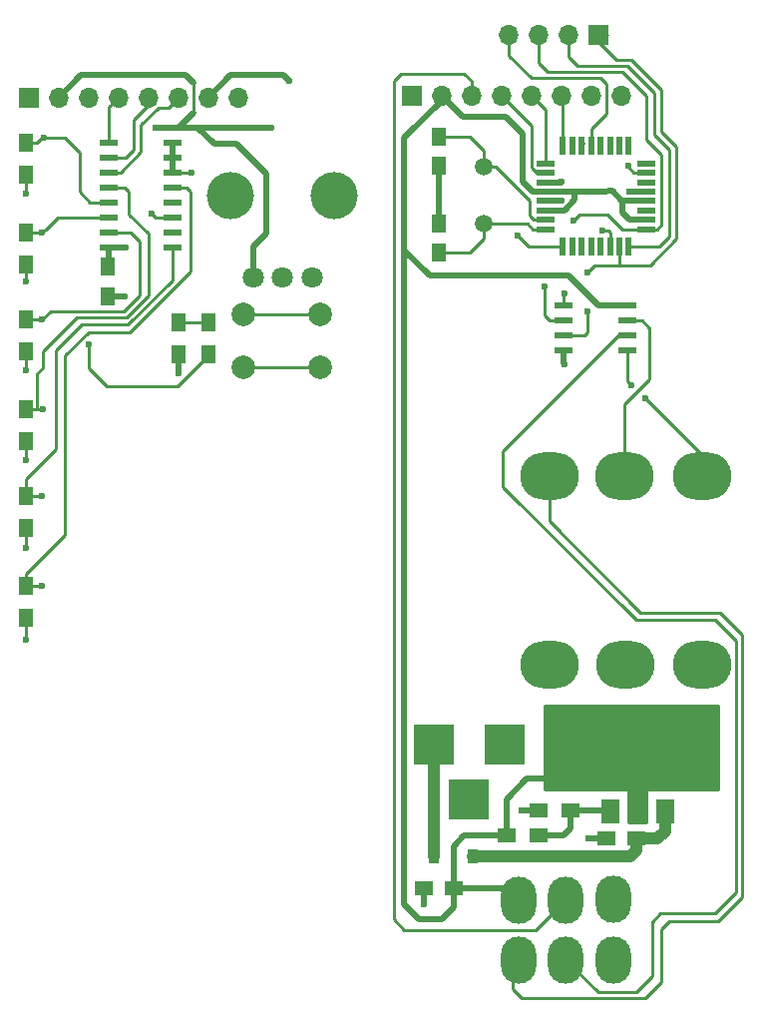
<source format=gbr>
G04 #@! TF.FileFunction,Copper,L1,Top,Signal*
%FSLAX46Y46*%
G04 Gerber Fmt 4.6, Leading zero omitted, Abs format (unit mm)*
G04 Created by KiCad (PCBNEW 4.0.7) date 06/02/18 16:03:12*
%MOMM*%
%LPD*%
G01*
G04 APERTURE LIST*
%ADD10C,0.100000*%
%ADD11R,1.700000X1.700000*%
%ADD12O,1.700000X1.700000*%
%ADD13C,1.800000*%
%ADD14C,4.000000*%
%ADD15R,1.300000X1.500000*%
%ADD16C,0.600000*%
%ADD17R,1.600000X0.550000*%
%ADD18R,0.550000X1.600000*%
%ADD19R,1.500000X1.250000*%
%ADD20R,1.250000X1.500000*%
%ADD21R,0.900000X1.200000*%
%ADD22R,1.500000X1.300000*%
%ADD23R,3.800000X2.000000*%
%ADD24R,1.500000X2.000000*%
%ADD25R,1.500000X0.600000*%
%ADD26C,1.500000*%
%ADD27R,1.550000X0.600000*%
%ADD28C,2.000000*%
%ADD29O,5.000000X4.000000*%
%ADD30O,3.000000X4.000000*%
%ADD31R,3.500000X3.500000*%
%ADD32C,0.500000*%
%ADD33C,0.250000*%
%ADD34C,1.000000*%
%ADD35C,0.254000*%
G04 APERTURE END LIST*
D10*
D11*
X94716600Y-60833000D03*
D12*
X97256600Y-60833000D03*
X99796600Y-60833000D03*
X102336600Y-60833000D03*
X104876600Y-60833000D03*
X107416600Y-60833000D03*
X109956600Y-60833000D03*
X112496600Y-60833000D03*
D13*
X113781200Y-76123800D03*
X116281200Y-76123800D03*
X118781200Y-76123800D03*
D14*
X111881200Y-69123800D03*
X120681200Y-69123800D03*
D15*
X94488000Y-67390000D03*
X94488000Y-64690000D03*
D16*
X149240000Y-113169700D03*
X147840000Y-113169700D03*
X146440000Y-113169700D03*
X145040000Y-113169700D03*
X143640000Y-113169700D03*
X152136300Y-118769700D03*
X150736300Y-118769700D03*
X152136300Y-117369700D03*
X150736300Y-117369700D03*
X152136300Y-115969700D03*
X150736300Y-115969700D03*
X152136300Y-114569700D03*
X150736300Y-114569700D03*
X152136300Y-113169700D03*
X150736300Y-113169700D03*
X142220600Y-118769700D03*
X140820600Y-118769700D03*
X139420600Y-118769700D03*
X142220600Y-117369700D03*
X140820600Y-117369700D03*
X139420600Y-117369700D03*
X142220600Y-115969700D03*
X140820600Y-115969700D03*
X139420600Y-115969700D03*
X142220600Y-114569700D03*
X140820600Y-114569700D03*
X139420600Y-114569700D03*
X142214600Y-113169700D03*
X140820600Y-113169700D03*
D17*
X138625000Y-66415000D03*
X138625000Y-67215000D03*
X138625000Y-68015000D03*
X138625000Y-68815000D03*
X138625000Y-69615000D03*
X138625000Y-70415000D03*
X138625000Y-71215000D03*
X138625000Y-72015000D03*
D18*
X140075000Y-73465000D03*
X140875000Y-73465000D03*
X141675000Y-73465000D03*
X142475000Y-73465000D03*
X143275000Y-73465000D03*
X144075000Y-73465000D03*
X144875000Y-73465000D03*
X145675000Y-73465000D03*
D17*
X147125000Y-72015000D03*
X147125000Y-71215000D03*
X147125000Y-70415000D03*
X147125000Y-69615000D03*
X147125000Y-68815000D03*
X147125000Y-68015000D03*
X147125000Y-67215000D03*
X147125000Y-66415000D03*
D18*
X145675000Y-64965000D03*
X144875000Y-64965000D03*
X144075000Y-64965000D03*
X143275000Y-64965000D03*
X142475000Y-64965000D03*
X141675000Y-64965000D03*
X140875000Y-64965000D03*
X140075000Y-64965000D03*
D19*
X143809400Y-123647200D03*
X146309400Y-123647200D03*
X128290000Y-127889000D03*
X130790000Y-127889000D03*
D20*
X129540000Y-66655000D03*
X129540000Y-64155000D03*
X129540000Y-71521000D03*
X129540000Y-74021000D03*
D21*
X132460000Y-125222000D03*
X129160000Y-125222000D03*
D11*
X143129000Y-55499000D03*
D12*
X140589000Y-55499000D03*
X138049000Y-55499000D03*
X135509000Y-55499000D03*
D22*
X135302000Y-123444000D03*
X138002000Y-123444000D03*
X140719800Y-121335800D03*
X138019800Y-121335800D03*
D15*
X109982000Y-82630000D03*
X109982000Y-79930000D03*
D23*
X146431000Y-115087000D03*
D24*
X146431000Y-121387000D03*
X148731000Y-121387000D03*
X144131000Y-121387000D03*
D25*
X106941600Y-73533000D03*
X106941600Y-72263000D03*
X106941600Y-70993000D03*
X106941600Y-69723000D03*
X106941600Y-68453000D03*
X106941600Y-67183000D03*
X106941600Y-65913000D03*
X106941600Y-64643000D03*
X101541600Y-64643000D03*
X101541600Y-65913000D03*
X101541600Y-67183000D03*
X101541600Y-68453000D03*
X101541600Y-69723000D03*
X101541600Y-70993000D03*
X101541600Y-72263000D03*
X101541600Y-73533000D03*
D26*
X133350000Y-66675000D03*
X133350000Y-71555000D03*
D20*
X101473000Y-75204000D03*
X101473000Y-77704000D03*
D11*
X127254000Y-60706000D03*
D12*
X129794000Y-60706000D03*
X132334000Y-60706000D03*
X134874000Y-60706000D03*
X137414000Y-60706000D03*
X139954000Y-60706000D03*
X142494000Y-60706000D03*
X145034000Y-60706000D03*
D27*
X140175000Y-78486000D03*
X140175000Y-79756000D03*
X140175000Y-81026000D03*
X140175000Y-82296000D03*
X145575000Y-82296000D03*
X145575000Y-81026000D03*
X145575000Y-79756000D03*
X145575000Y-78486000D03*
D16*
X139420600Y-113169700D03*
D15*
X94488000Y-104982000D03*
X94488000Y-102282000D03*
X94488000Y-97362000D03*
X94488000Y-94662000D03*
X94488000Y-89996000D03*
X94488000Y-87296000D03*
X94488000Y-82376000D03*
X94488000Y-79676000D03*
X94488000Y-75010000D03*
X94488000Y-72310000D03*
X107442000Y-82630000D03*
X107442000Y-79930000D03*
D28*
X119481600Y-79193000D03*
X119481600Y-83693000D03*
X112981600Y-79193000D03*
X112981600Y-83693000D03*
D29*
X145392000Y-108965000D03*
X145265000Y-92965000D03*
X138915000Y-108965000D03*
X138915000Y-92965000D03*
X151915000Y-92965000D03*
X151892000Y-108965000D03*
D30*
X140335000Y-128905000D03*
X140335000Y-133985000D03*
X136334500Y-133985000D03*
X136334500Y-128905000D03*
X144335500Y-128841500D03*
X144335500Y-133985000D03*
D31*
X135128000Y-115697000D03*
X129128000Y-115697000D03*
X132128000Y-120397000D03*
D16*
X142290800Y-123647200D03*
X136601200Y-121335800D03*
X128270000Y-129286000D03*
X144081500Y-68770500D03*
X96012000Y-64262000D03*
X95859600Y-72313800D03*
X95885000Y-79676000D03*
X95935800Y-87299800D03*
X95834200Y-94665800D03*
X95859596Y-102285800D03*
X142163800Y-78943200D03*
X142138400Y-75692000D03*
X140970000Y-71247000D03*
X138531600Y-76885800D03*
X145605500Y-66611500D03*
X140182600Y-77495400D03*
X143408400Y-72136000D03*
X136245600Y-72517000D03*
X105155996Y-70662800D03*
X105511600Y-63372996D03*
X115316000Y-63373000D03*
X102971600Y-73533000D03*
X102870000Y-77698600D03*
X107442000Y-84201000D03*
X94488000Y-68961000D03*
X94488000Y-106807000D03*
X94488000Y-99060000D03*
X94488000Y-91567000D03*
X94488000Y-83947000D03*
X94488000Y-76454000D03*
X108585000Y-67183000D03*
X99796596Y-81762600D03*
X116840000Y-59436000D03*
X145732500Y-68834000D03*
X129540000Y-69024500D03*
X139954000Y-69596000D03*
X139954000Y-68008500D03*
X147066000Y-86360000D03*
X145923000Y-85217000D03*
X140208000Y-83439000D03*
D32*
X143809400Y-123647200D02*
X142290800Y-123647200D01*
X138019800Y-121335800D02*
X136601200Y-121335800D01*
D33*
X138246800Y-121108800D02*
X138019800Y-121335800D01*
D32*
X128290000Y-129266000D02*
X128270000Y-129286000D01*
X128290000Y-127889000D02*
X128290000Y-129266000D01*
X128270000Y-129286000D02*
X128290000Y-129266000D01*
D33*
X138119800Y-121235800D02*
X138019800Y-121335800D01*
D34*
X146309400Y-123647200D02*
X148132800Y-123647200D01*
X148731000Y-123049000D02*
X148731000Y-121387000D01*
X148132800Y-123647200D02*
X148731000Y-123049000D01*
X146309400Y-123647200D02*
X146309400Y-124708600D01*
X146309400Y-124708600D02*
X145796000Y-125222000D01*
X132460000Y-125222000D02*
X145796000Y-125222000D01*
X146309400Y-123647200D02*
X146456400Y-123647200D01*
D32*
X145116500Y-69615000D02*
X147125000Y-69615000D01*
X145116500Y-69615000D02*
X145116500Y-70567500D01*
D33*
X145065750Y-69564250D02*
X145116500Y-69615000D01*
D32*
X144272000Y-68770500D02*
X145065750Y-69564250D01*
D33*
X144081500Y-68770500D02*
X144272000Y-68770500D01*
D32*
X145116500Y-70567500D02*
X145764000Y-71215000D01*
X145764000Y-71215000D02*
X147125000Y-71215000D01*
X126619000Y-73787000D02*
X126619000Y-129286000D01*
X130790000Y-129560000D02*
X130790000Y-127889000D01*
X129794000Y-130556000D02*
X130790000Y-129560000D01*
X127889000Y-130556000D02*
X129794000Y-130556000D01*
X126619000Y-129286000D02*
X127889000Y-130556000D01*
X126619000Y-64262000D02*
X126619000Y-73787000D01*
X135302000Y-123444000D02*
X135302000Y-120349000D01*
X137033000Y-118618000D02*
X138684000Y-118618000D01*
X135302000Y-120349000D02*
X137033000Y-118618000D01*
X130790000Y-127889000D02*
X130790000Y-124353000D01*
X135302000Y-123444000D02*
X131699000Y-123444000D01*
X130790000Y-124353000D02*
X131699000Y-123444000D01*
X130790000Y-127889000D02*
X134874000Y-127889000D01*
X134874000Y-127889000D02*
X135890000Y-128905000D01*
X130790000Y-127889000D02*
X130790000Y-127488000D01*
X130890000Y-127989000D02*
X130937000Y-127942000D01*
D33*
X146511000Y-121467000D02*
X146431000Y-121387000D01*
X135382000Y-123524000D02*
X135302000Y-123444000D01*
D32*
X138625000Y-70415000D02*
X140214500Y-70415000D01*
X141097000Y-69532500D02*
X141097000Y-68815000D01*
X140214500Y-70415000D02*
X141097000Y-69532500D01*
X138625000Y-68815000D02*
X141097000Y-68815000D01*
X141097000Y-68815000D02*
X143806500Y-68815000D01*
D33*
X143806500Y-68815000D02*
X144081500Y-68770500D01*
X126619000Y-64262000D02*
X126873000Y-64008000D01*
D32*
X129794000Y-61087000D02*
X126873000Y-64008000D01*
X126873000Y-64008000D02*
X126619000Y-64262000D01*
D33*
X129794000Y-60706000D02*
X129794000Y-61087000D01*
D32*
X138625000Y-68815000D02*
X137522000Y-68815000D01*
X131572000Y-62484000D02*
X129794000Y-60706000D01*
X135255000Y-62484000D02*
X131572000Y-62484000D01*
X136652000Y-63881000D02*
X135255000Y-62484000D01*
X136652000Y-67945000D02*
X136652000Y-63881000D01*
X137522000Y-68815000D02*
X136652000Y-67945000D01*
X143256000Y-78486000D02*
X143129000Y-78486000D01*
X143129000Y-78486000D02*
X140589000Y-75946000D01*
X140589000Y-75946000D02*
X128778000Y-75946000D01*
X143256000Y-78486000D02*
X145575000Y-78486000D01*
X126619000Y-73787000D02*
X128778000Y-75946000D01*
D33*
X129540000Y-64155000D02*
X132163500Y-64155000D01*
X133350000Y-65341500D02*
X133350000Y-66675000D01*
X132163500Y-64155000D02*
X133350000Y-65341500D01*
X133350000Y-66675000D02*
X134366000Y-66675000D01*
X138625000Y-71215000D02*
X137636000Y-71215000D01*
X134366000Y-66675000D02*
X137287000Y-69596000D01*
X137287000Y-69596000D02*
X137287000Y-70866000D01*
X137287000Y-70866000D02*
X137636000Y-71215000D01*
X133330000Y-66655000D02*
X133350000Y-66675000D01*
X138530000Y-71120000D02*
X138625000Y-71215000D01*
X129540000Y-74021000D02*
X132163500Y-74021000D01*
X133350000Y-72834500D02*
X133350000Y-71555000D01*
X132163500Y-74021000D02*
X133350000Y-72834500D01*
X133316000Y-71521000D02*
X133350000Y-71555000D01*
X138625000Y-72015000D02*
X137547000Y-72015000D01*
X137547000Y-72015000D02*
X137087000Y-71555000D01*
X137087000Y-71555000D02*
X133350000Y-71555000D01*
X133257000Y-71648000D02*
X133350000Y-71555000D01*
X129540000Y-74021000D02*
X129487000Y-74275000D01*
X107442000Y-79930000D02*
X108342000Y-79930000D01*
X108342000Y-79930000D02*
X109982000Y-79930000D01*
D34*
X129160000Y-125222000D02*
X129160000Y-119316000D01*
X129160000Y-119316000D02*
X129128000Y-119284000D01*
X129128000Y-115697000D02*
X129128000Y-119284000D01*
D33*
X99060000Y-68834000D02*
X99949000Y-69723000D01*
X99949000Y-69723000D02*
X101541600Y-69723000D01*
X99060000Y-65532000D02*
X99060000Y-68834000D01*
X97790000Y-64262000D02*
X99060000Y-65532000D01*
X96012000Y-64262000D02*
X97790000Y-64262000D01*
X95816000Y-64262000D02*
X96012000Y-64262000D01*
X94488000Y-64690000D02*
X95388000Y-64690000D01*
X95388000Y-64690000D02*
X95816000Y-64262000D01*
X101541600Y-70993000D02*
X97180400Y-70993000D01*
X95855800Y-72310000D02*
X95859600Y-72313800D01*
X94488000Y-72310000D02*
X95855800Y-72310000D01*
X96159599Y-72013801D02*
X95859600Y-72313800D01*
X97180400Y-70993000D02*
X96159599Y-72013801D01*
X102541600Y-72263000D02*
X101541600Y-72263000D01*
X104140000Y-73025000D02*
X103378000Y-72263000D01*
X103378000Y-72263000D02*
X102541600Y-72263000D01*
X102768400Y-78968600D02*
X104140000Y-77597000D01*
X96592400Y-78968600D02*
X102768400Y-78968600D01*
X95885000Y-79676000D02*
X96592400Y-78968600D01*
X104140000Y-77597000D02*
X104140000Y-73025000D01*
X94488000Y-79676000D02*
X95758000Y-79676000D01*
X95758000Y-79676000D02*
X95885000Y-79676000D01*
X101541600Y-68453000D02*
X102870000Y-68453000D01*
X102870000Y-68453000D02*
X103251000Y-68834000D01*
X103251000Y-68834000D02*
X103251000Y-70739000D01*
X95935800Y-82372200D02*
X95935800Y-83743800D01*
X103251000Y-70739000D02*
X104902000Y-72390000D01*
X104902000Y-72390000D02*
X104902000Y-77597000D01*
X104902000Y-77597000D02*
X103022400Y-79476600D01*
X103022400Y-79476600D02*
X98831400Y-79476600D01*
X98831400Y-79476600D02*
X95935800Y-82372200D01*
X95935800Y-83743800D02*
X95388000Y-84291600D01*
X95388000Y-84291600D02*
X95388000Y-87296000D01*
X95511536Y-87299800D02*
X95935800Y-87299800D01*
X95391800Y-87299800D02*
X95511536Y-87299800D01*
X95388000Y-87296000D02*
X95391800Y-87299800D01*
X95388000Y-87296000D02*
X94488000Y-87296000D01*
X106941600Y-73533000D02*
X106941600Y-76319400D01*
X106941600Y-76319400D02*
X103149400Y-80111600D01*
X103149400Y-80111600D02*
X99237800Y-80111600D01*
X99237800Y-80111600D02*
X97028000Y-82321400D01*
X97028000Y-82321400D02*
X97028000Y-90678000D01*
X97028000Y-90678000D02*
X94488000Y-93218000D01*
X94488000Y-93218000D02*
X94488000Y-94662000D01*
X95830400Y-94662000D02*
X95834200Y-94665800D01*
X94488000Y-94662000D02*
X95830400Y-94662000D01*
X106941600Y-68453000D02*
X108102400Y-68453000D01*
X108102400Y-68453000D02*
X108458000Y-68808600D01*
X108458000Y-68808600D02*
X108458000Y-75565000D01*
X108458000Y-75565000D02*
X103301800Y-80721200D01*
X103301800Y-80721200D02*
X99796600Y-80721200D01*
X99796600Y-80721200D02*
X97790000Y-82727800D01*
X97790000Y-82727800D02*
X97790000Y-97980000D01*
X97790000Y-97980000D02*
X94488000Y-101282000D01*
X94488000Y-101282000D02*
X94488000Y-102282000D01*
X95855796Y-102282000D02*
X95859596Y-102285800D01*
X94488000Y-102282000D02*
X95855796Y-102282000D01*
X141884400Y-81026000D02*
X140175000Y-81026000D01*
X142163800Y-80746600D02*
X141884400Y-81026000D01*
X142163800Y-78943200D02*
X142163800Y-80746600D01*
X144875000Y-75057000D02*
X144875000Y-73465000D01*
X143129000Y-55499000D02*
X143129000Y-56134000D01*
X143129000Y-56134000D02*
X144653000Y-57658000D01*
X143129000Y-55499000D02*
X143891000Y-55499000D01*
X144875000Y-75057000D02*
X142773400Y-75057000D01*
X142773400Y-75057000D02*
X142138400Y-75692000D01*
X147510500Y-75057000D02*
X144875000Y-75057000D01*
X149733000Y-72834500D02*
X147510500Y-75057000D01*
X149733000Y-65024000D02*
X149733000Y-72834500D01*
X148463000Y-63754000D02*
X149733000Y-65024000D01*
X148463000Y-60198000D02*
X148463000Y-63754000D01*
X145923000Y-57658000D02*
X148463000Y-60198000D01*
X144653000Y-57658000D02*
X145923000Y-57658000D01*
X140589000Y-55499000D02*
X140589000Y-57404000D01*
X140589000Y-57404000D02*
X141351000Y-58166000D01*
X145675000Y-73465000D02*
X148277000Y-73465000D01*
X149098000Y-72644000D02*
X149098000Y-65278000D01*
X148277000Y-73465000D02*
X149098000Y-72644000D01*
X147828000Y-64008000D02*
X149098000Y-65278000D01*
X147828000Y-60452000D02*
X147828000Y-64008000D01*
X145542000Y-58166000D02*
X147828000Y-60452000D01*
X141351000Y-58166000D02*
X145542000Y-58166000D01*
X140175000Y-79756000D02*
X138988800Y-79756000D01*
X145167000Y-72015000D02*
X147125000Y-72015000D01*
X143891000Y-70739000D02*
X145167000Y-72015000D01*
X141478000Y-70739000D02*
X143891000Y-70739000D01*
X140970000Y-71247000D02*
X141478000Y-70739000D01*
X138531600Y-79298800D02*
X138531600Y-76885800D01*
X138988800Y-79756000D02*
X138531600Y-79298800D01*
X138049000Y-55499000D02*
X138049000Y-57912000D01*
X148076000Y-72015000D02*
X147125000Y-72015000D01*
X148463000Y-71628000D02*
X148076000Y-72015000D01*
X148463000Y-65659000D02*
X148463000Y-71628000D01*
X147193000Y-64389000D02*
X148463000Y-65659000D01*
X147193000Y-60706000D02*
X147193000Y-64389000D01*
X145161000Y-58674000D02*
X147193000Y-60706000D01*
X138811000Y-58674000D02*
X145161000Y-58674000D01*
X138049000Y-57912000D02*
X138811000Y-58674000D01*
X143764000Y-59690000D02*
X143256000Y-59182000D01*
X135509000Y-57277000D02*
X135509000Y-55499000D01*
X137414000Y-59182000D02*
X135509000Y-57277000D01*
X143256000Y-59182000D02*
X137414000Y-59182000D01*
X142475000Y-64965000D02*
X142475000Y-63519000D01*
X143764000Y-62230000D02*
X143764000Y-59690000D01*
X142475000Y-63519000D02*
X143764000Y-62230000D01*
X142602000Y-65043000D02*
X142475000Y-64965000D01*
D32*
X140131800Y-123444000D02*
X140766800Y-122809000D01*
X140766800Y-122809000D02*
X140766800Y-121382800D01*
D33*
X140766800Y-121382800D02*
X140719800Y-121335800D01*
D32*
X140719800Y-121335800D02*
X144079800Y-121335800D01*
D33*
X144079800Y-121335800D02*
X144131000Y-121387000D01*
X140719800Y-121335800D02*
X140719800Y-121415800D01*
D32*
X138002000Y-123444000D02*
X140131800Y-123444000D01*
D33*
X145605500Y-66611500D02*
X145605500Y-66738500D01*
X145605500Y-66738500D02*
X146082000Y-67215000D01*
X147125000Y-67215000D02*
X146082000Y-67215000D01*
X138625000Y-66415000D02*
X138625000Y-61917000D01*
X138625000Y-61917000D02*
X137414000Y-60706000D01*
X137609000Y-60901000D02*
X137414000Y-60706000D01*
X138625000Y-67215000D02*
X137827000Y-67215000D01*
X137827000Y-67215000D02*
X137414000Y-66802000D01*
X137414000Y-63246000D02*
X134874000Y-60706000D01*
X137414000Y-66802000D02*
X137414000Y-63246000D01*
X140175000Y-78486000D02*
X140175000Y-77503000D01*
X140175000Y-77503000D02*
X140182600Y-77495400D01*
X144075000Y-72269200D02*
X144075000Y-73465000D01*
X143916400Y-72110600D02*
X144075000Y-72269200D01*
X143433800Y-72110600D02*
X143916400Y-72110600D01*
X143408400Y-72136000D02*
X143433800Y-72110600D01*
X140075000Y-73465000D02*
X137193600Y-73465000D01*
X137193600Y-73465000D02*
X136245600Y-72517000D01*
X140075000Y-64965000D02*
X140075000Y-60827000D01*
X140075000Y-60827000D02*
X139954000Y-60706000D01*
X119481600Y-79193000D02*
X112981600Y-79193000D01*
X105455995Y-70962799D02*
X105155996Y-70662800D01*
X105486196Y-70993000D02*
X105455995Y-70962799D01*
X106941600Y-70993000D02*
X105486196Y-70993000D01*
D32*
X107416596Y-63372996D02*
X105935864Y-63372996D01*
X107416600Y-63373000D02*
X107416596Y-63372996D01*
X105935864Y-63372996D02*
X105511600Y-63372996D01*
X97256600Y-60833000D02*
X99161600Y-58928000D01*
X99161600Y-58928000D02*
X108051600Y-58928000D01*
X108051600Y-58928000D02*
X108686600Y-59563000D01*
D33*
X108686600Y-59563000D02*
X108686600Y-62103000D01*
D32*
X101541600Y-73533000D02*
X101541600Y-75135400D01*
X101541600Y-75135400D02*
X101473000Y-75204000D01*
X113812400Y-75783200D02*
X113812400Y-73512600D01*
X110490000Y-64770000D02*
X109093000Y-63373000D01*
X112395000Y-64770000D02*
X110490000Y-64770000D01*
X114935000Y-67310000D02*
X112395000Y-64770000D01*
X114935000Y-72390000D02*
X114935000Y-67310000D01*
X113812400Y-73512600D02*
X114935000Y-72390000D01*
X109093000Y-63373000D02*
X115316000Y-63373000D01*
X107416600Y-63373000D02*
X109093000Y-63373000D01*
D33*
X119481600Y-83693000D02*
X112981600Y-83693000D01*
X119481600Y-83693000D02*
X119481600Y-83591400D01*
D32*
X108686600Y-62103000D02*
X107416600Y-63373000D01*
X102971600Y-73533000D02*
X101541600Y-73533000D01*
X106941600Y-65913000D02*
X106941600Y-64643000D01*
X106941600Y-67183000D02*
X106941600Y-65913000D01*
X102864600Y-77704000D02*
X102870000Y-77698600D01*
X101473000Y-77704000D02*
X102864600Y-77704000D01*
X107442000Y-83880000D02*
X107442000Y-84201000D01*
X107442000Y-82630000D02*
X107442000Y-83880000D01*
X101473000Y-77704000D02*
X101473000Y-77829000D01*
D33*
X94488000Y-67437000D02*
X94488000Y-68961000D01*
X94488000Y-104982000D02*
X94488000Y-106807000D01*
X94488000Y-97362000D02*
X94488000Y-99060000D01*
X94488000Y-89996000D02*
X94488000Y-91567000D01*
X94488000Y-82376000D02*
X94488000Y-83947000D01*
X94488000Y-75010000D02*
X94488000Y-76454000D01*
X106941600Y-67183000D02*
X108585000Y-67183000D01*
X109982000Y-82630000D02*
X109982000Y-82730000D01*
X109982000Y-82730000D02*
X107368000Y-85344000D01*
X107368000Y-85344000D02*
X101346000Y-85344000D01*
X101346000Y-85344000D02*
X99796600Y-83794600D01*
X99796600Y-83794600D02*
X99796600Y-81762604D01*
X99796600Y-81762604D02*
X99796596Y-81762600D01*
X101541600Y-64643000D02*
X101541600Y-61628000D01*
X101541600Y-61628000D02*
X102336600Y-60833000D01*
X104876600Y-60833000D02*
X104876600Y-61468000D01*
X104876600Y-61468000D02*
X103606600Y-62738000D01*
X103606600Y-62738000D02*
X103606600Y-65278000D01*
X103606600Y-65278000D02*
X102971600Y-65913000D01*
X102971600Y-65913000D02*
X101541600Y-65913000D01*
X106566601Y-61682999D02*
X107416600Y-60833000D01*
X105768599Y-61682999D02*
X106566601Y-61682999D01*
X104276999Y-63174599D02*
X105768599Y-61682999D01*
X104276999Y-65447601D02*
X104276999Y-63174599D01*
X102541600Y-67183000D02*
X104276999Y-65447601D01*
X101541600Y-67183000D02*
X102541600Y-67183000D01*
X107416600Y-61468000D02*
X107416600Y-60833000D01*
X132969000Y-131445000D02*
X126619000Y-131445000D01*
X126619000Y-131445000D02*
X125730000Y-130556000D01*
X137795000Y-131445000D02*
X140335000Y-128905000D01*
X132969000Y-131445000D02*
X137795000Y-131445000D01*
X125730000Y-130556000D02*
X125730000Y-59436000D01*
X125730000Y-59436000D02*
X126365000Y-58801000D01*
X126365000Y-58801000D02*
X131699000Y-58801000D01*
X131699000Y-58801000D02*
X132334000Y-59436000D01*
X132334000Y-59436000D02*
X132334000Y-60706000D01*
X140335000Y-128905000D02*
X140589000Y-128905000D01*
D32*
X116332000Y-58928000D02*
X116840000Y-59436000D01*
X116078000Y-58928000D02*
X116332000Y-58928000D01*
X111861600Y-58928000D02*
X116078000Y-58928000D01*
X109956600Y-60833000D02*
X111861600Y-58928000D01*
D33*
X145575000Y-79756000D02*
X146812000Y-79756000D01*
X145265000Y-86891000D02*
X145265000Y-92965000D01*
X147447000Y-84709000D02*
X145265000Y-86891000D01*
X147447000Y-80391000D02*
X147447000Y-84709000D01*
X146812000Y-79756000D02*
X147447000Y-80391000D01*
X145160000Y-92965000D02*
X145265000Y-92965000D01*
X138915000Y-92965000D02*
X138915000Y-96751000D01*
X135826500Y-136461500D02*
X135826500Y-133985000D01*
X136601200Y-137236200D02*
X135826500Y-136461500D01*
X147091400Y-137236200D02*
X136601200Y-137236200D01*
X148412200Y-135915400D02*
X147091400Y-137236200D01*
X148412200Y-131394200D02*
X148412200Y-135915400D01*
X149123400Y-130683000D02*
X148412200Y-131394200D01*
X153289000Y-130683000D02*
X149123400Y-130683000D01*
X155321000Y-128651000D02*
X153289000Y-130683000D01*
X155321000Y-106426000D02*
X155321000Y-128651000D01*
X153416000Y-104521000D02*
X155321000Y-106426000D01*
X146685000Y-104521000D02*
X153416000Y-104521000D01*
X138915000Y-96751000D02*
X146685000Y-104521000D01*
X137159000Y-92965000D02*
X138915000Y-92965000D01*
X147650200Y-130784600D02*
X147650200Y-135407400D01*
X143078200Y-136728200D02*
X140335000Y-133985000D01*
X146329400Y-136728200D02*
X143078200Y-136728200D01*
X147650200Y-135407400D02*
X146329400Y-136728200D01*
X145575000Y-81026000D02*
X144780000Y-81026000D01*
X148386800Y-130048000D02*
X147650200Y-130784600D01*
X153035000Y-130048000D02*
X148386800Y-130048000D01*
X154813000Y-128270000D02*
X153035000Y-130048000D01*
X154813000Y-106934000D02*
X154813000Y-128270000D01*
X153035000Y-105156000D02*
X154813000Y-106934000D01*
X146304000Y-105156000D02*
X153035000Y-105156000D01*
X135001000Y-93853000D02*
X146304000Y-105156000D01*
X135001000Y-90805000D02*
X135001000Y-93853000D01*
X144780000Y-81026000D02*
X135001000Y-90805000D01*
X145575000Y-81026000D02*
X144907000Y-81026000D01*
X141675000Y-64965000D02*
X141802000Y-64700000D01*
D32*
X147125000Y-68815000D02*
X145751500Y-68815000D01*
D33*
X145751500Y-68815000D02*
X145732500Y-68834000D01*
D32*
X129540000Y-71521000D02*
X129540000Y-69024500D01*
X129540000Y-69024500D02*
X129540000Y-66655000D01*
X138625000Y-69615000D02*
X139935000Y-69615000D01*
D33*
X139935000Y-69615000D02*
X139954000Y-69596000D01*
D32*
X138625000Y-68015000D02*
X139947500Y-68015000D01*
D33*
X139947500Y-68015000D02*
X139954000Y-68008500D01*
X145575000Y-82296000D02*
X145575000Y-84869000D01*
X147066000Y-86360000D02*
X151915000Y-91209000D01*
X145575000Y-84869000D02*
X145923000Y-85217000D01*
X151915000Y-91209000D02*
X151915000Y-92965000D01*
D32*
X140175000Y-82296000D02*
X140175000Y-83406000D01*
D33*
X140175000Y-83406000D02*
X140208000Y-83439000D01*
D35*
G36*
X153238200Y-119507000D02*
X147320000Y-119507000D01*
X147270590Y-119517006D01*
X147228965Y-119545447D01*
X147201685Y-119587841D01*
X147193000Y-119634000D01*
X147193000Y-122301000D01*
X145669000Y-122301000D01*
X145669000Y-119634000D01*
X145658994Y-119584590D01*
X145630553Y-119542965D01*
X145588159Y-119515685D01*
X145542000Y-119507000D01*
X138557000Y-119507000D01*
X138557000Y-112395000D01*
X153238200Y-112395000D01*
X153238200Y-119507000D01*
X153238200Y-119507000D01*
G37*
X153238200Y-119507000D02*
X147320000Y-119507000D01*
X147270590Y-119517006D01*
X147228965Y-119545447D01*
X147201685Y-119587841D01*
X147193000Y-119634000D01*
X147193000Y-122301000D01*
X145669000Y-122301000D01*
X145669000Y-119634000D01*
X145658994Y-119584590D01*
X145630553Y-119542965D01*
X145588159Y-119515685D01*
X145542000Y-119507000D01*
X138557000Y-119507000D01*
X138557000Y-112395000D01*
X153238200Y-112395000D01*
X153238200Y-119507000D01*
M02*

</source>
